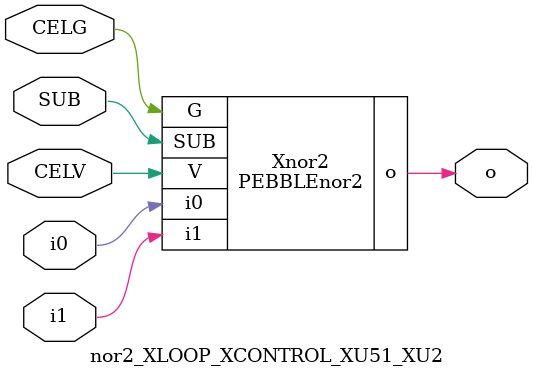
<source format=v>



module PEBBLEnor2 ( o, G, SUB, V, i0, i1 );

  input i0;
  input V;
  input i1;
  input G;
  output o;
  input SUB;
endmodule

//Celera Confidential Do Not Copy nor2_XLOOP_XCONTROL_XU51_XU2
//Celera Confidential Symbol Generator
//nor2
module nor2_XLOOP_XCONTROL_XU51_XU2 (CELV,CELG,i0,i1,o,SUB);
input CELV;
input CELG;
input i0;
input i1;
input SUB;
output o;

//Celera Confidential Do Not Copy nor2
PEBBLEnor2 Xnor2(
.V (CELV),
.i0 (i0),
.i1 (i1),
.o (o),
.SUB (SUB),
.G (CELG)
);
//,diesize,PEBBLEnor2

//Celera Confidential Do Not Copy Module End
//Celera Schematic Generator
endmodule

</source>
